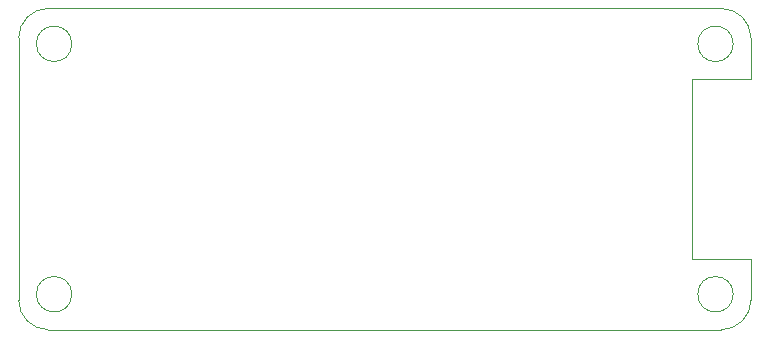
<source format=gbr>
%TF.GenerationSoftware,KiCad,Pcbnew,9.0.1+1*%
%TF.CreationDate,2025-05-28T20:00:16+08:00*%
%TF.ProjectId,audio_lab,61756469-6f5f-46c6-9162-2e6b69636164,rev?*%
%TF.SameCoordinates,Original*%
%TF.FileFunction,Profile,NP*%
%FSLAX46Y46*%
G04 Gerber Fmt 4.6, Leading zero omitted, Abs format (unit mm)*
G04 Created by KiCad (PCBNEW 9.0.1+1) date 2025-05-28 20:00:16*
%MOMM*%
%LPD*%
G01*
G04 APERTURE LIST*
%TA.AperFunction,Profile*%
%ADD10C,0.050000*%
%TD*%
G04 APERTURE END LIST*
D10*
X54600000Y-42100000D02*
X52100000Y-42100000D01*
X109100000Y-42100000D02*
G75*
G02*
X111600000Y-44600000I0J-2500000D01*
G01*
X111600000Y-66800000D02*
G75*
G02*
X109100000Y-69300000I-2500000J0D01*
G01*
X49600000Y-44600000D02*
G75*
G02*
X52100000Y-42100000I2500000J0D01*
G01*
X54100000Y-66300000D02*
G75*
G02*
X51100000Y-66300000I-1500000J0D01*
G01*
X51100000Y-66300000D02*
G75*
G02*
X54100000Y-66300000I1500000J0D01*
G01*
X106600000Y-48100000D02*
X111600000Y-48100000D01*
X49600000Y-66800000D02*
X49600000Y-47100000D01*
X110100000Y-66300000D02*
G75*
G02*
X107100000Y-66300000I-1500000J0D01*
G01*
X107100000Y-66300000D02*
G75*
G02*
X110100000Y-66300000I1500000J0D01*
G01*
X49600000Y-44600000D02*
X49600000Y-47100000D01*
X110100000Y-45100000D02*
G75*
G02*
X107100000Y-45100000I-1500000J0D01*
G01*
X107100000Y-45100000D02*
G75*
G02*
X110100000Y-45100000I1500000J0D01*
G01*
X106600000Y-63300000D02*
X106600000Y-48100000D01*
X106600000Y-63300000D02*
X111600000Y-63300000D01*
X54600000Y-42100000D02*
X109100000Y-42100000D01*
X52100000Y-69300000D02*
G75*
G02*
X49600000Y-66800000I0J2500000D01*
G01*
X111600000Y-48100000D02*
X111600000Y-44600000D01*
X52100000Y-69300000D02*
X109100000Y-69300000D01*
X111600000Y-66800000D02*
X111600000Y-63300000D01*
X54100000Y-45100000D02*
G75*
G02*
X51100000Y-45100000I-1500000J0D01*
G01*
X51100000Y-45100000D02*
G75*
G02*
X54100000Y-45100000I1500000J0D01*
G01*
M02*

</source>
